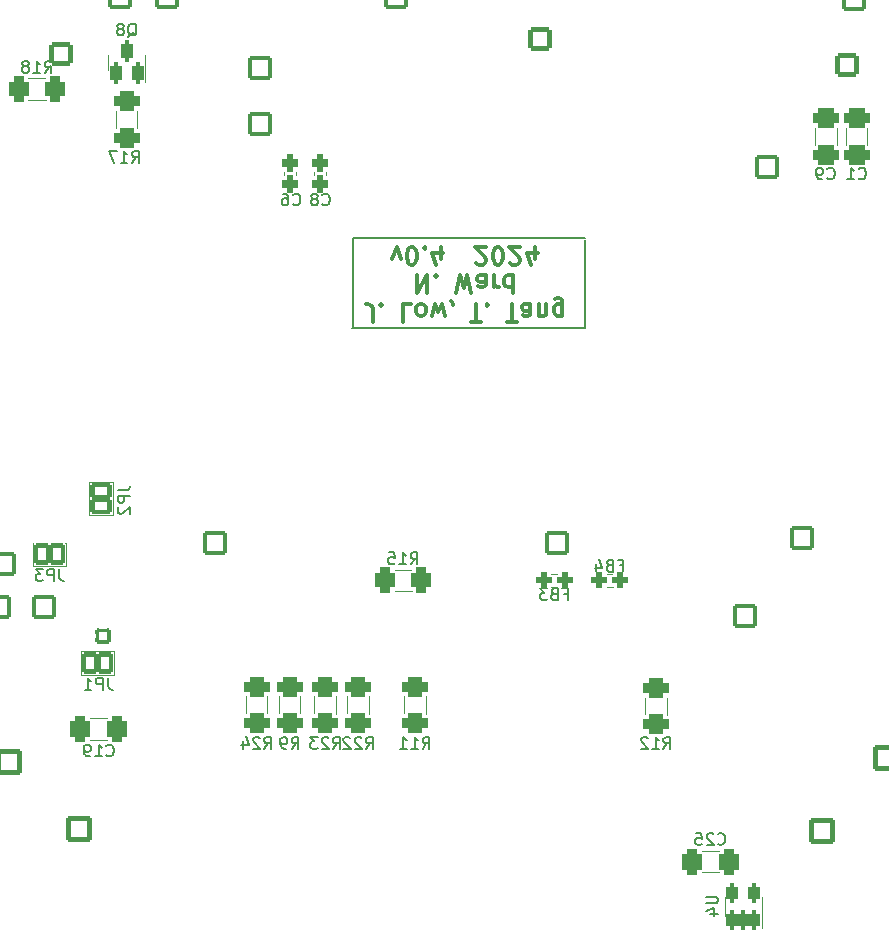
<source format=gbo>
G04 #@! TF.GenerationSoftware,KiCad,Pcbnew,7.0.8*
G04 #@! TF.CreationDate,2024-08-07T19:44:42-07:00*
G04 #@! TF.ProjectId,bloo,626c6f6f-2e6b-4696-9361-645f70636258,rev?*
G04 #@! TF.SameCoordinates,Original*
G04 #@! TF.FileFunction,Legend,Bot*
G04 #@! TF.FilePolarity,Positive*
%FSLAX46Y46*%
G04 Gerber Fmt 4.6, Leading zero omitted, Abs format (unit mm)*
G04 Created by KiCad (PCBNEW 7.0.8) date 2024-08-07 19:44:42*
%MOMM*%
%LPD*%
G01*
G04 APERTURE LIST*
G04 Aperture macros list*
%AMRoundRect*
0 Rectangle with rounded corners*
0 $1 Rounding radius*
0 $2 $3 $4 $5 $6 $7 $8 $9 X,Y pos of 4 corners*
0 Add a 4 corners polygon primitive as box body*
4,1,4,$2,$3,$4,$5,$6,$7,$8,$9,$2,$3,0*
0 Add four circle primitives for the rounded corners*
1,1,$1+$1,$2,$3*
1,1,$1+$1,$4,$5*
1,1,$1+$1,$6,$7*
1,1,$1+$1,$8,$9*
0 Add four rect primitives between the rounded corners*
20,1,$1+$1,$2,$3,$4,$5,0*
20,1,$1+$1,$4,$5,$6,$7,0*
20,1,$1+$1,$6,$7,$8,$9,0*
20,1,$1+$1,$8,$9,$2,$3,0*%
G04 Aperture macros list end*
%ADD10C,0.200000*%
%ADD11C,0.300000*%
%ADD12C,0.150000*%
%ADD13C,0.120000*%
%ADD14RoundRect,0.200000X0.800000X0.800000X-0.800000X0.800000X-0.800000X-0.800000X0.800000X-0.800000X0*%
%ADD15C,2.000000*%
%ADD16C,2.400000*%
%ADD17RoundRect,0.200000X0.403863X-1.207019X1.207019X0.403863X-0.403863X1.207019X-1.207019X-0.403863X0*%
%ADD18C,2.200000*%
%ADD19RoundRect,0.200000X-1.207019X0.403863X-0.403863X-1.207019X1.207019X-0.403863X0.403863X1.207019X0*%
%ADD20RoundRect,0.200000X-0.850000X-0.850000X0.850000X-0.850000X0.850000X0.850000X-0.850000X0.850000X0*%
%ADD21RoundRect,0.200000X-0.850000X0.850000X-0.850000X-0.850000X0.850000X-0.850000X0.850000X0.850000X0*%
%ADD22O,2.100000X2.100000*%
%ADD23RoundRect,0.200000X0.850000X-0.850000X0.850000X0.850000X-0.850000X0.850000X-0.850000X-0.850000X0*%
%ADD24C,2.100000*%
%ADD25C,2.600000*%
%ADD26C,2.584400*%
%ADD27RoundRect,0.200000X-0.900000X-0.900000X0.900000X-0.900000X0.900000X0.900000X-0.900000X0.900000X0*%
%ADD28C,1.924000*%
%ADD29RoundRect,0.200000X0.500000X0.500000X-0.500000X0.500000X-0.500000X-0.500000X0.500000X-0.500000X0*%
%ADD30O,1.400000X1.400000*%
%ADD31C,3.400000*%
%ADD32RoundRect,0.200000X0.800000X-0.800000X0.800000X0.800000X-0.800000X0.800000X-0.800000X-0.800000X0*%
%ADD33RoundRect,0.450000X-0.625000X0.400000X-0.625000X-0.400000X0.625000X-0.400000X0.625000X0.400000X0*%
%ADD34RoundRect,0.450000X0.625000X-0.400000X0.625000X0.400000X-0.625000X0.400000X-0.625000X-0.400000X0*%
%ADD35RoundRect,0.437500X0.250000X0.237500X-0.250000X0.237500X-0.250000X-0.237500X0.250000X-0.237500X0*%
%ADD36RoundRect,0.450000X0.650000X-0.412500X0.650000X0.412500X-0.650000X0.412500X-0.650000X-0.412500X0*%
%ADD37RoundRect,0.450000X-0.412500X-0.650000X0.412500X-0.650000X0.412500X0.650000X-0.412500X0.650000X0*%
%ADD38RoundRect,0.450000X0.412500X0.650000X-0.412500X0.650000X-0.412500X-0.650000X0.412500X-0.650000X0*%
%ADD39RoundRect,0.200000X-0.750000X0.500000X-0.750000X-0.500000X0.750000X-0.500000X0.750000X0.500000X0*%
%ADD40RoundRect,0.200000X-0.500000X-0.750000X0.500000X-0.750000X0.500000X0.750000X-0.500000X0.750000X0*%
%ADD41RoundRect,0.350000X0.150000X-0.587500X0.150000X0.587500X-0.150000X0.587500X-0.150000X-0.587500X0*%
%ADD42RoundRect,0.437500X-0.237500X0.300000X-0.237500X-0.300000X0.237500X-0.300000X0.237500X0.300000X0*%
%ADD43RoundRect,0.450000X0.400000X0.625000X-0.400000X0.625000X-0.400000X-0.625000X0.400000X-0.625000X0*%
%ADD44RoundRect,0.350000X0.150000X-0.512500X0.150000X0.512500X-0.150000X0.512500X-0.150000X-0.512500X0*%
%ADD45RoundRect,0.450000X-0.650000X0.412500X-0.650000X-0.412500X0.650000X-0.412500X0.650000X0.412500X0*%
G04 APERTURE END LIST*
D10*
X217200000Y-128065060D02*
X197499760Y-128065060D01*
X197515000Y-120445060D02*
X217235560Y-120432360D01*
X217200000Y-120600000D02*
X217200000Y-128065060D01*
X197515000Y-128065060D02*
X197515000Y-120445060D01*
D11*
X199218571Y-127491731D02*
X199218571Y-126420302D01*
X199218571Y-126420302D02*
X199147142Y-126206017D01*
X199147142Y-126206017D02*
X199004285Y-126063160D01*
X199004285Y-126063160D02*
X198789999Y-125991731D01*
X198789999Y-125991731D02*
X198647142Y-125991731D01*
X199932856Y-126134588D02*
X200004285Y-126063160D01*
X200004285Y-126063160D02*
X199932856Y-125991731D01*
X199932856Y-125991731D02*
X199861428Y-126063160D01*
X199861428Y-126063160D02*
X199932856Y-126134588D01*
X199932856Y-126134588D02*
X199932856Y-125991731D01*
X202504285Y-125991731D02*
X201789999Y-125991731D01*
X201789999Y-125991731D02*
X201789999Y-127491731D01*
X203218571Y-125991731D02*
X203075714Y-126063160D01*
X203075714Y-126063160D02*
X203004285Y-126134588D01*
X203004285Y-126134588D02*
X202932857Y-126277445D01*
X202932857Y-126277445D02*
X202932857Y-126706017D01*
X202932857Y-126706017D02*
X203004285Y-126848874D01*
X203004285Y-126848874D02*
X203075714Y-126920302D01*
X203075714Y-126920302D02*
X203218571Y-126991731D01*
X203218571Y-126991731D02*
X203432857Y-126991731D01*
X203432857Y-126991731D02*
X203575714Y-126920302D01*
X203575714Y-126920302D02*
X203647143Y-126848874D01*
X203647143Y-126848874D02*
X203718571Y-126706017D01*
X203718571Y-126706017D02*
X203718571Y-126277445D01*
X203718571Y-126277445D02*
X203647143Y-126134588D01*
X203647143Y-126134588D02*
X203575714Y-126063160D01*
X203575714Y-126063160D02*
X203432857Y-125991731D01*
X203432857Y-125991731D02*
X203218571Y-125991731D01*
X204218571Y-126991731D02*
X204504286Y-125991731D01*
X204504286Y-125991731D02*
X204790000Y-126706017D01*
X204790000Y-126706017D02*
X205075714Y-125991731D01*
X205075714Y-125991731D02*
X205361428Y-126991731D01*
X206004286Y-126063160D02*
X206004286Y-125991731D01*
X206004286Y-125991731D02*
X205932857Y-125848874D01*
X205932857Y-125848874D02*
X205861429Y-125777445D01*
X207575715Y-127491731D02*
X208432858Y-127491731D01*
X208004286Y-125991731D02*
X208004286Y-127491731D01*
X208932857Y-126134588D02*
X209004286Y-126063160D01*
X209004286Y-126063160D02*
X208932857Y-125991731D01*
X208932857Y-125991731D02*
X208861429Y-126063160D01*
X208861429Y-126063160D02*
X208932857Y-126134588D01*
X208932857Y-126134588D02*
X208932857Y-125991731D01*
X210575715Y-127491731D02*
X211432858Y-127491731D01*
X211004286Y-125991731D02*
X211004286Y-127491731D01*
X212575715Y-125991731D02*
X212575715Y-126777445D01*
X212575715Y-126777445D02*
X212504286Y-126920302D01*
X212504286Y-126920302D02*
X212361429Y-126991731D01*
X212361429Y-126991731D02*
X212075715Y-126991731D01*
X212075715Y-126991731D02*
X211932857Y-126920302D01*
X212575715Y-126063160D02*
X212432857Y-125991731D01*
X212432857Y-125991731D02*
X212075715Y-125991731D01*
X212075715Y-125991731D02*
X211932857Y-126063160D01*
X211932857Y-126063160D02*
X211861429Y-126206017D01*
X211861429Y-126206017D02*
X211861429Y-126348874D01*
X211861429Y-126348874D02*
X211932857Y-126491731D01*
X211932857Y-126491731D02*
X212075715Y-126563160D01*
X212075715Y-126563160D02*
X212432857Y-126563160D01*
X212432857Y-126563160D02*
X212575715Y-126634588D01*
X213290000Y-126991731D02*
X213290000Y-125991731D01*
X213290000Y-126848874D02*
X213361429Y-126920302D01*
X213361429Y-126920302D02*
X213504286Y-126991731D01*
X213504286Y-126991731D02*
X213718572Y-126991731D01*
X213718572Y-126991731D02*
X213861429Y-126920302D01*
X213861429Y-126920302D02*
X213932858Y-126777445D01*
X213932858Y-126777445D02*
X213932858Y-125991731D01*
X215290001Y-126991731D02*
X215290001Y-125777445D01*
X215290001Y-125777445D02*
X215218572Y-125634588D01*
X215218572Y-125634588D02*
X215147143Y-125563160D01*
X215147143Y-125563160D02*
X215004286Y-125491731D01*
X215004286Y-125491731D02*
X214790001Y-125491731D01*
X214790001Y-125491731D02*
X214647143Y-125563160D01*
X215290001Y-126063160D02*
X215147143Y-125991731D01*
X215147143Y-125991731D02*
X214861429Y-125991731D01*
X214861429Y-125991731D02*
X214718572Y-126063160D01*
X214718572Y-126063160D02*
X214647143Y-126134588D01*
X214647143Y-126134588D02*
X214575715Y-126277445D01*
X214575715Y-126277445D02*
X214575715Y-126706017D01*
X214575715Y-126706017D02*
X214647143Y-126848874D01*
X214647143Y-126848874D02*
X214718572Y-126920302D01*
X214718572Y-126920302D02*
X214861429Y-126991731D01*
X214861429Y-126991731D02*
X215147143Y-126991731D01*
X215147143Y-126991731D02*
X215290001Y-126920302D01*
X203004285Y-123576731D02*
X203004285Y-125076731D01*
X203004285Y-125076731D02*
X203861428Y-123576731D01*
X203861428Y-123576731D02*
X203861428Y-125076731D01*
X204575714Y-123719588D02*
X204647143Y-123648160D01*
X204647143Y-123648160D02*
X204575714Y-123576731D01*
X204575714Y-123576731D02*
X204504286Y-123648160D01*
X204504286Y-123648160D02*
X204575714Y-123719588D01*
X204575714Y-123719588D02*
X204575714Y-123576731D01*
X206290000Y-125076731D02*
X206647143Y-123576731D01*
X206647143Y-123576731D02*
X206932857Y-124648160D01*
X206932857Y-124648160D02*
X207218572Y-123576731D01*
X207218572Y-123576731D02*
X207575715Y-125076731D01*
X208790001Y-123576731D02*
X208790001Y-124362445D01*
X208790001Y-124362445D02*
X208718572Y-124505302D01*
X208718572Y-124505302D02*
X208575715Y-124576731D01*
X208575715Y-124576731D02*
X208290001Y-124576731D01*
X208290001Y-124576731D02*
X208147143Y-124505302D01*
X208790001Y-123648160D02*
X208647143Y-123576731D01*
X208647143Y-123576731D02*
X208290001Y-123576731D01*
X208290001Y-123576731D02*
X208147143Y-123648160D01*
X208147143Y-123648160D02*
X208075715Y-123791017D01*
X208075715Y-123791017D02*
X208075715Y-123933874D01*
X208075715Y-123933874D02*
X208147143Y-124076731D01*
X208147143Y-124076731D02*
X208290001Y-124148160D01*
X208290001Y-124148160D02*
X208647143Y-124148160D01*
X208647143Y-124148160D02*
X208790001Y-124219588D01*
X209504286Y-123576731D02*
X209504286Y-124576731D01*
X209504286Y-124291017D02*
X209575715Y-124433874D01*
X209575715Y-124433874D02*
X209647144Y-124505302D01*
X209647144Y-124505302D02*
X209790001Y-124576731D01*
X209790001Y-124576731D02*
X209932858Y-124576731D01*
X211075715Y-123576731D02*
X211075715Y-125076731D01*
X211075715Y-123648160D02*
X210932857Y-123576731D01*
X210932857Y-123576731D02*
X210647143Y-123576731D01*
X210647143Y-123576731D02*
X210504286Y-123648160D01*
X210504286Y-123648160D02*
X210432857Y-123719588D01*
X210432857Y-123719588D02*
X210361429Y-123862445D01*
X210361429Y-123862445D02*
X210361429Y-124291017D01*
X210361429Y-124291017D02*
X210432857Y-124433874D01*
X210432857Y-124433874D02*
X210504286Y-124505302D01*
X210504286Y-124505302D02*
X210647143Y-124576731D01*
X210647143Y-124576731D02*
X210932857Y-124576731D01*
X210932857Y-124576731D02*
X211075715Y-124505302D01*
X200897144Y-122161731D02*
X201254287Y-121161731D01*
X201254287Y-121161731D02*
X201611430Y-122161731D01*
X202468573Y-122661731D02*
X202611430Y-122661731D01*
X202611430Y-122661731D02*
X202754287Y-122590302D01*
X202754287Y-122590302D02*
X202825716Y-122518874D01*
X202825716Y-122518874D02*
X202897144Y-122376017D01*
X202897144Y-122376017D02*
X202968573Y-122090302D01*
X202968573Y-122090302D02*
X202968573Y-121733160D01*
X202968573Y-121733160D02*
X202897144Y-121447445D01*
X202897144Y-121447445D02*
X202825716Y-121304588D01*
X202825716Y-121304588D02*
X202754287Y-121233160D01*
X202754287Y-121233160D02*
X202611430Y-121161731D01*
X202611430Y-121161731D02*
X202468573Y-121161731D01*
X202468573Y-121161731D02*
X202325716Y-121233160D01*
X202325716Y-121233160D02*
X202254287Y-121304588D01*
X202254287Y-121304588D02*
X202182858Y-121447445D01*
X202182858Y-121447445D02*
X202111430Y-121733160D01*
X202111430Y-121733160D02*
X202111430Y-122090302D01*
X202111430Y-122090302D02*
X202182858Y-122376017D01*
X202182858Y-122376017D02*
X202254287Y-122518874D01*
X202254287Y-122518874D02*
X202325716Y-122590302D01*
X202325716Y-122590302D02*
X202468573Y-122661731D01*
X203611429Y-121304588D02*
X203682858Y-121233160D01*
X203682858Y-121233160D02*
X203611429Y-121161731D01*
X203611429Y-121161731D02*
X203540001Y-121233160D01*
X203540001Y-121233160D02*
X203611429Y-121304588D01*
X203611429Y-121304588D02*
X203611429Y-121161731D01*
X204968573Y-122161731D02*
X204968573Y-121161731D01*
X204611430Y-122733160D02*
X204254287Y-121661731D01*
X204254287Y-121661731D02*
X205182858Y-121661731D01*
X207968572Y-122518874D02*
X208040000Y-122590302D01*
X208040000Y-122590302D02*
X208182858Y-122661731D01*
X208182858Y-122661731D02*
X208540000Y-122661731D01*
X208540000Y-122661731D02*
X208682858Y-122590302D01*
X208682858Y-122590302D02*
X208754286Y-122518874D01*
X208754286Y-122518874D02*
X208825715Y-122376017D01*
X208825715Y-122376017D02*
X208825715Y-122233160D01*
X208825715Y-122233160D02*
X208754286Y-122018874D01*
X208754286Y-122018874D02*
X207897143Y-121161731D01*
X207897143Y-121161731D02*
X208825715Y-121161731D01*
X209754286Y-122661731D02*
X209897143Y-122661731D01*
X209897143Y-122661731D02*
X210040000Y-122590302D01*
X210040000Y-122590302D02*
X210111429Y-122518874D01*
X210111429Y-122518874D02*
X210182857Y-122376017D01*
X210182857Y-122376017D02*
X210254286Y-122090302D01*
X210254286Y-122090302D02*
X210254286Y-121733160D01*
X210254286Y-121733160D02*
X210182857Y-121447445D01*
X210182857Y-121447445D02*
X210111429Y-121304588D01*
X210111429Y-121304588D02*
X210040000Y-121233160D01*
X210040000Y-121233160D02*
X209897143Y-121161731D01*
X209897143Y-121161731D02*
X209754286Y-121161731D01*
X209754286Y-121161731D02*
X209611429Y-121233160D01*
X209611429Y-121233160D02*
X209540000Y-121304588D01*
X209540000Y-121304588D02*
X209468571Y-121447445D01*
X209468571Y-121447445D02*
X209397143Y-121733160D01*
X209397143Y-121733160D02*
X209397143Y-122090302D01*
X209397143Y-122090302D02*
X209468571Y-122376017D01*
X209468571Y-122376017D02*
X209540000Y-122518874D01*
X209540000Y-122518874D02*
X209611429Y-122590302D01*
X209611429Y-122590302D02*
X209754286Y-122661731D01*
X210825714Y-122518874D02*
X210897142Y-122590302D01*
X210897142Y-122590302D02*
X211040000Y-122661731D01*
X211040000Y-122661731D02*
X211397142Y-122661731D01*
X211397142Y-122661731D02*
X211540000Y-122590302D01*
X211540000Y-122590302D02*
X211611428Y-122518874D01*
X211611428Y-122518874D02*
X211682857Y-122376017D01*
X211682857Y-122376017D02*
X211682857Y-122233160D01*
X211682857Y-122233160D02*
X211611428Y-122018874D01*
X211611428Y-122018874D02*
X210754285Y-121161731D01*
X210754285Y-121161731D02*
X211682857Y-121161731D01*
X212968571Y-122161731D02*
X212968571Y-121161731D01*
X212611428Y-122733160D02*
X212254285Y-121661731D01*
X212254285Y-121661731D02*
X213182856Y-121661731D01*
D12*
X198642857Y-163654819D02*
X198976190Y-163178628D01*
X199214285Y-163654819D02*
X199214285Y-162654819D01*
X199214285Y-162654819D02*
X198833333Y-162654819D01*
X198833333Y-162654819D02*
X198738095Y-162702438D01*
X198738095Y-162702438D02*
X198690476Y-162750057D01*
X198690476Y-162750057D02*
X198642857Y-162845295D01*
X198642857Y-162845295D02*
X198642857Y-162988152D01*
X198642857Y-162988152D02*
X198690476Y-163083390D01*
X198690476Y-163083390D02*
X198738095Y-163131009D01*
X198738095Y-163131009D02*
X198833333Y-163178628D01*
X198833333Y-163178628D02*
X199214285Y-163178628D01*
X198261904Y-162750057D02*
X198214285Y-162702438D01*
X198214285Y-162702438D02*
X198119047Y-162654819D01*
X198119047Y-162654819D02*
X197880952Y-162654819D01*
X197880952Y-162654819D02*
X197785714Y-162702438D01*
X197785714Y-162702438D02*
X197738095Y-162750057D01*
X197738095Y-162750057D02*
X197690476Y-162845295D01*
X197690476Y-162845295D02*
X197690476Y-162940533D01*
X197690476Y-162940533D02*
X197738095Y-163083390D01*
X197738095Y-163083390D02*
X198309523Y-163654819D01*
X198309523Y-163654819D02*
X197690476Y-163654819D01*
X197309523Y-162750057D02*
X197261904Y-162702438D01*
X197261904Y-162702438D02*
X197166666Y-162654819D01*
X197166666Y-162654819D02*
X196928571Y-162654819D01*
X196928571Y-162654819D02*
X196833333Y-162702438D01*
X196833333Y-162702438D02*
X196785714Y-162750057D01*
X196785714Y-162750057D02*
X196738095Y-162845295D01*
X196738095Y-162845295D02*
X196738095Y-162940533D01*
X196738095Y-162940533D02*
X196785714Y-163083390D01*
X196785714Y-163083390D02*
X197357142Y-163654819D01*
X197357142Y-163654819D02*
X196738095Y-163654819D01*
X178842857Y-114054819D02*
X179176190Y-113578628D01*
X179414285Y-114054819D02*
X179414285Y-113054819D01*
X179414285Y-113054819D02*
X179033333Y-113054819D01*
X179033333Y-113054819D02*
X178938095Y-113102438D01*
X178938095Y-113102438D02*
X178890476Y-113150057D01*
X178890476Y-113150057D02*
X178842857Y-113245295D01*
X178842857Y-113245295D02*
X178842857Y-113388152D01*
X178842857Y-113388152D02*
X178890476Y-113483390D01*
X178890476Y-113483390D02*
X178938095Y-113531009D01*
X178938095Y-113531009D02*
X179033333Y-113578628D01*
X179033333Y-113578628D02*
X179414285Y-113578628D01*
X177890476Y-114054819D02*
X178461904Y-114054819D01*
X178176190Y-114054819D02*
X178176190Y-113054819D01*
X178176190Y-113054819D02*
X178271428Y-113197676D01*
X178271428Y-113197676D02*
X178366666Y-113292914D01*
X178366666Y-113292914D02*
X178461904Y-113340533D01*
X177557142Y-113054819D02*
X176890476Y-113054819D01*
X176890476Y-113054819D02*
X177319047Y-114054819D01*
X220120833Y-148131009D02*
X220454166Y-148131009D01*
X220454166Y-148654819D02*
X220454166Y-147654819D01*
X220454166Y-147654819D02*
X219977976Y-147654819D01*
X219263690Y-148131009D02*
X219120833Y-148178628D01*
X219120833Y-148178628D02*
X219073214Y-148226247D01*
X219073214Y-148226247D02*
X219025595Y-148321485D01*
X219025595Y-148321485D02*
X219025595Y-148464342D01*
X219025595Y-148464342D02*
X219073214Y-148559580D01*
X219073214Y-148559580D02*
X219120833Y-148607200D01*
X219120833Y-148607200D02*
X219216071Y-148654819D01*
X219216071Y-148654819D02*
X219597023Y-148654819D01*
X219597023Y-148654819D02*
X219597023Y-147654819D01*
X219597023Y-147654819D02*
X219263690Y-147654819D01*
X219263690Y-147654819D02*
X219168452Y-147702438D01*
X219168452Y-147702438D02*
X219120833Y-147750057D01*
X219120833Y-147750057D02*
X219073214Y-147845295D01*
X219073214Y-147845295D02*
X219073214Y-147940533D01*
X219073214Y-147940533D02*
X219120833Y-148035771D01*
X219120833Y-148035771D02*
X219168452Y-148083390D01*
X219168452Y-148083390D02*
X219263690Y-148131009D01*
X219263690Y-148131009D02*
X219597023Y-148131009D01*
X218168452Y-147988152D02*
X218168452Y-148654819D01*
X218406547Y-147607200D02*
X218644642Y-148321485D01*
X218644642Y-148321485D02*
X218025595Y-148321485D01*
X240366666Y-115359580D02*
X240414285Y-115407200D01*
X240414285Y-115407200D02*
X240557142Y-115454819D01*
X240557142Y-115454819D02*
X240652380Y-115454819D01*
X240652380Y-115454819D02*
X240795237Y-115407200D01*
X240795237Y-115407200D02*
X240890475Y-115311961D01*
X240890475Y-115311961D02*
X240938094Y-115216723D01*
X240938094Y-115216723D02*
X240985713Y-115026247D01*
X240985713Y-115026247D02*
X240985713Y-114883390D01*
X240985713Y-114883390D02*
X240938094Y-114692914D01*
X240938094Y-114692914D02*
X240890475Y-114597676D01*
X240890475Y-114597676D02*
X240795237Y-114502438D01*
X240795237Y-114502438D02*
X240652380Y-114454819D01*
X240652380Y-114454819D02*
X240557142Y-114454819D01*
X240557142Y-114454819D02*
X240414285Y-114502438D01*
X240414285Y-114502438D02*
X240366666Y-114550057D01*
X239414285Y-115454819D02*
X239985713Y-115454819D01*
X239699999Y-115454819D02*
X239699999Y-114454819D01*
X239699999Y-114454819D02*
X239795237Y-114597676D01*
X239795237Y-114597676D02*
X239890475Y-114692914D01*
X239890475Y-114692914D02*
X239985713Y-114740533D01*
X176680357Y-164209580D02*
X176727976Y-164257200D01*
X176727976Y-164257200D02*
X176870833Y-164304819D01*
X176870833Y-164304819D02*
X176966071Y-164304819D01*
X176966071Y-164304819D02*
X177108928Y-164257200D01*
X177108928Y-164257200D02*
X177204166Y-164161961D01*
X177204166Y-164161961D02*
X177251785Y-164066723D01*
X177251785Y-164066723D02*
X177299404Y-163876247D01*
X177299404Y-163876247D02*
X177299404Y-163733390D01*
X177299404Y-163733390D02*
X177251785Y-163542914D01*
X177251785Y-163542914D02*
X177204166Y-163447676D01*
X177204166Y-163447676D02*
X177108928Y-163352438D01*
X177108928Y-163352438D02*
X176966071Y-163304819D01*
X176966071Y-163304819D02*
X176870833Y-163304819D01*
X176870833Y-163304819D02*
X176727976Y-163352438D01*
X176727976Y-163352438D02*
X176680357Y-163400057D01*
X175727976Y-164304819D02*
X176299404Y-164304819D01*
X176013690Y-164304819D02*
X176013690Y-163304819D01*
X176013690Y-163304819D02*
X176108928Y-163447676D01*
X176108928Y-163447676D02*
X176204166Y-163542914D01*
X176204166Y-163542914D02*
X176299404Y-163590533D01*
X175251785Y-164304819D02*
X175061309Y-164304819D01*
X175061309Y-164304819D02*
X174966071Y-164257200D01*
X174966071Y-164257200D02*
X174918452Y-164209580D01*
X174918452Y-164209580D02*
X174823214Y-164066723D01*
X174823214Y-164066723D02*
X174775595Y-163876247D01*
X174775595Y-163876247D02*
X174775595Y-163495295D01*
X174775595Y-163495295D02*
X174823214Y-163400057D01*
X174823214Y-163400057D02*
X174870833Y-163352438D01*
X174870833Y-163352438D02*
X174966071Y-163304819D01*
X174966071Y-163304819D02*
X175156547Y-163304819D01*
X175156547Y-163304819D02*
X175251785Y-163352438D01*
X175251785Y-163352438D02*
X175299404Y-163400057D01*
X175299404Y-163400057D02*
X175347023Y-163495295D01*
X175347023Y-163495295D02*
X175347023Y-163733390D01*
X175347023Y-163733390D02*
X175299404Y-163828628D01*
X175299404Y-163828628D02*
X175251785Y-163876247D01*
X175251785Y-163876247D02*
X175156547Y-163923866D01*
X175156547Y-163923866D02*
X174966071Y-163923866D01*
X174966071Y-163923866D02*
X174870833Y-163876247D01*
X174870833Y-163876247D02*
X174823214Y-163828628D01*
X174823214Y-163828628D02*
X174775595Y-163733390D01*
X228442857Y-171709580D02*
X228490476Y-171757200D01*
X228490476Y-171757200D02*
X228633333Y-171804819D01*
X228633333Y-171804819D02*
X228728571Y-171804819D01*
X228728571Y-171804819D02*
X228871428Y-171757200D01*
X228871428Y-171757200D02*
X228966666Y-171661961D01*
X228966666Y-171661961D02*
X229014285Y-171566723D01*
X229014285Y-171566723D02*
X229061904Y-171376247D01*
X229061904Y-171376247D02*
X229061904Y-171233390D01*
X229061904Y-171233390D02*
X229014285Y-171042914D01*
X229014285Y-171042914D02*
X228966666Y-170947676D01*
X228966666Y-170947676D02*
X228871428Y-170852438D01*
X228871428Y-170852438D02*
X228728571Y-170804819D01*
X228728571Y-170804819D02*
X228633333Y-170804819D01*
X228633333Y-170804819D02*
X228490476Y-170852438D01*
X228490476Y-170852438D02*
X228442857Y-170900057D01*
X228061904Y-170900057D02*
X228014285Y-170852438D01*
X228014285Y-170852438D02*
X227919047Y-170804819D01*
X227919047Y-170804819D02*
X227680952Y-170804819D01*
X227680952Y-170804819D02*
X227585714Y-170852438D01*
X227585714Y-170852438D02*
X227538095Y-170900057D01*
X227538095Y-170900057D02*
X227490476Y-170995295D01*
X227490476Y-170995295D02*
X227490476Y-171090533D01*
X227490476Y-171090533D02*
X227538095Y-171233390D01*
X227538095Y-171233390D02*
X228109523Y-171804819D01*
X228109523Y-171804819D02*
X227490476Y-171804819D01*
X226585714Y-170804819D02*
X227061904Y-170804819D01*
X227061904Y-170804819D02*
X227109523Y-171281009D01*
X227109523Y-171281009D02*
X227061904Y-171233390D01*
X227061904Y-171233390D02*
X226966666Y-171185771D01*
X226966666Y-171185771D02*
X226728571Y-171185771D01*
X226728571Y-171185771D02*
X226633333Y-171233390D01*
X226633333Y-171233390D02*
X226585714Y-171281009D01*
X226585714Y-171281009D02*
X226538095Y-171376247D01*
X226538095Y-171376247D02*
X226538095Y-171614342D01*
X226538095Y-171614342D02*
X226585714Y-171709580D01*
X226585714Y-171709580D02*
X226633333Y-171757200D01*
X226633333Y-171757200D02*
X226728571Y-171804819D01*
X226728571Y-171804819D02*
X226966666Y-171804819D01*
X226966666Y-171804819D02*
X227061904Y-171757200D01*
X227061904Y-171757200D02*
X227109523Y-171709580D01*
X195842857Y-163654819D02*
X196176190Y-163178628D01*
X196414285Y-163654819D02*
X196414285Y-162654819D01*
X196414285Y-162654819D02*
X196033333Y-162654819D01*
X196033333Y-162654819D02*
X195938095Y-162702438D01*
X195938095Y-162702438D02*
X195890476Y-162750057D01*
X195890476Y-162750057D02*
X195842857Y-162845295D01*
X195842857Y-162845295D02*
X195842857Y-162988152D01*
X195842857Y-162988152D02*
X195890476Y-163083390D01*
X195890476Y-163083390D02*
X195938095Y-163131009D01*
X195938095Y-163131009D02*
X196033333Y-163178628D01*
X196033333Y-163178628D02*
X196414285Y-163178628D01*
X195461904Y-162750057D02*
X195414285Y-162702438D01*
X195414285Y-162702438D02*
X195319047Y-162654819D01*
X195319047Y-162654819D02*
X195080952Y-162654819D01*
X195080952Y-162654819D02*
X194985714Y-162702438D01*
X194985714Y-162702438D02*
X194938095Y-162750057D01*
X194938095Y-162750057D02*
X194890476Y-162845295D01*
X194890476Y-162845295D02*
X194890476Y-162940533D01*
X194890476Y-162940533D02*
X194938095Y-163083390D01*
X194938095Y-163083390D02*
X195509523Y-163654819D01*
X195509523Y-163654819D02*
X194890476Y-163654819D01*
X194557142Y-162654819D02*
X193938095Y-162654819D01*
X193938095Y-162654819D02*
X194271428Y-163035771D01*
X194271428Y-163035771D02*
X194128571Y-163035771D01*
X194128571Y-163035771D02*
X194033333Y-163083390D01*
X194033333Y-163083390D02*
X193985714Y-163131009D01*
X193985714Y-163131009D02*
X193938095Y-163226247D01*
X193938095Y-163226247D02*
X193938095Y-163464342D01*
X193938095Y-163464342D02*
X193985714Y-163559580D01*
X193985714Y-163559580D02*
X194033333Y-163607200D01*
X194033333Y-163607200D02*
X194128571Y-163654819D01*
X194128571Y-163654819D02*
X194414285Y-163654819D01*
X194414285Y-163654819D02*
X194509523Y-163607200D01*
X194509523Y-163607200D02*
X194557142Y-163559580D01*
X177654819Y-141766666D02*
X178369104Y-141766666D01*
X178369104Y-141766666D02*
X178511961Y-141719047D01*
X178511961Y-141719047D02*
X178607200Y-141623809D01*
X178607200Y-141623809D02*
X178654819Y-141480952D01*
X178654819Y-141480952D02*
X178654819Y-141385714D01*
X178654819Y-142242857D02*
X177654819Y-142242857D01*
X177654819Y-142242857D02*
X177654819Y-142623809D01*
X177654819Y-142623809D02*
X177702438Y-142719047D01*
X177702438Y-142719047D02*
X177750057Y-142766666D01*
X177750057Y-142766666D02*
X177845295Y-142814285D01*
X177845295Y-142814285D02*
X177988152Y-142814285D01*
X177988152Y-142814285D02*
X178083390Y-142766666D01*
X178083390Y-142766666D02*
X178131009Y-142719047D01*
X178131009Y-142719047D02*
X178178628Y-142623809D01*
X178178628Y-142623809D02*
X178178628Y-142242857D01*
X177750057Y-143195238D02*
X177702438Y-143242857D01*
X177702438Y-143242857D02*
X177654819Y-143338095D01*
X177654819Y-143338095D02*
X177654819Y-143576190D01*
X177654819Y-143576190D02*
X177702438Y-143671428D01*
X177702438Y-143671428D02*
X177750057Y-143719047D01*
X177750057Y-143719047D02*
X177845295Y-143766666D01*
X177845295Y-143766666D02*
X177940533Y-143766666D01*
X177940533Y-143766666D02*
X178083390Y-143719047D01*
X178083390Y-143719047D02*
X178654819Y-143147619D01*
X178654819Y-143147619D02*
X178654819Y-143766666D01*
X176833333Y-157654819D02*
X176833333Y-158369104D01*
X176833333Y-158369104D02*
X176880952Y-158511961D01*
X176880952Y-158511961D02*
X176976190Y-158607200D01*
X176976190Y-158607200D02*
X177119047Y-158654819D01*
X177119047Y-158654819D02*
X177214285Y-158654819D01*
X176357142Y-158654819D02*
X176357142Y-157654819D01*
X176357142Y-157654819D02*
X175976190Y-157654819D01*
X175976190Y-157654819D02*
X175880952Y-157702438D01*
X175880952Y-157702438D02*
X175833333Y-157750057D01*
X175833333Y-157750057D02*
X175785714Y-157845295D01*
X175785714Y-157845295D02*
X175785714Y-157988152D01*
X175785714Y-157988152D02*
X175833333Y-158083390D01*
X175833333Y-158083390D02*
X175880952Y-158131009D01*
X175880952Y-158131009D02*
X175976190Y-158178628D01*
X175976190Y-158178628D02*
X176357142Y-158178628D01*
X174833333Y-158654819D02*
X175404761Y-158654819D01*
X175119047Y-158654819D02*
X175119047Y-157654819D01*
X175119047Y-157654819D02*
X175214285Y-157797676D01*
X175214285Y-157797676D02*
X175309523Y-157892914D01*
X175309523Y-157892914D02*
X175404761Y-157940533D01*
X178495238Y-103350057D02*
X178590476Y-103302438D01*
X178590476Y-103302438D02*
X178685714Y-103207200D01*
X178685714Y-103207200D02*
X178828571Y-103064342D01*
X178828571Y-103064342D02*
X178923809Y-103016723D01*
X178923809Y-103016723D02*
X179019047Y-103016723D01*
X178971428Y-103254819D02*
X179066666Y-103207200D01*
X179066666Y-103207200D02*
X179161904Y-103111961D01*
X179161904Y-103111961D02*
X179209523Y-102921485D01*
X179209523Y-102921485D02*
X179209523Y-102588152D01*
X179209523Y-102588152D02*
X179161904Y-102397676D01*
X179161904Y-102397676D02*
X179066666Y-102302438D01*
X179066666Y-102302438D02*
X178971428Y-102254819D01*
X178971428Y-102254819D02*
X178780952Y-102254819D01*
X178780952Y-102254819D02*
X178685714Y-102302438D01*
X178685714Y-102302438D02*
X178590476Y-102397676D01*
X178590476Y-102397676D02*
X178542857Y-102588152D01*
X178542857Y-102588152D02*
X178542857Y-102921485D01*
X178542857Y-102921485D02*
X178590476Y-103111961D01*
X178590476Y-103111961D02*
X178685714Y-103207200D01*
X178685714Y-103207200D02*
X178780952Y-103254819D01*
X178780952Y-103254819D02*
X178971428Y-103254819D01*
X177971428Y-102683390D02*
X178066666Y-102635771D01*
X178066666Y-102635771D02*
X178114285Y-102588152D01*
X178114285Y-102588152D02*
X178161904Y-102492914D01*
X178161904Y-102492914D02*
X178161904Y-102445295D01*
X178161904Y-102445295D02*
X178114285Y-102350057D01*
X178114285Y-102350057D02*
X178066666Y-102302438D01*
X178066666Y-102302438D02*
X177971428Y-102254819D01*
X177971428Y-102254819D02*
X177780952Y-102254819D01*
X177780952Y-102254819D02*
X177685714Y-102302438D01*
X177685714Y-102302438D02*
X177638095Y-102350057D01*
X177638095Y-102350057D02*
X177590476Y-102445295D01*
X177590476Y-102445295D02*
X177590476Y-102492914D01*
X177590476Y-102492914D02*
X177638095Y-102588152D01*
X177638095Y-102588152D02*
X177685714Y-102635771D01*
X177685714Y-102635771D02*
X177780952Y-102683390D01*
X177780952Y-102683390D02*
X177971428Y-102683390D01*
X177971428Y-102683390D02*
X178066666Y-102731009D01*
X178066666Y-102731009D02*
X178114285Y-102778628D01*
X178114285Y-102778628D02*
X178161904Y-102873866D01*
X178161904Y-102873866D02*
X178161904Y-103064342D01*
X178161904Y-103064342D02*
X178114285Y-103159580D01*
X178114285Y-103159580D02*
X178066666Y-103207200D01*
X178066666Y-103207200D02*
X177971428Y-103254819D01*
X177971428Y-103254819D02*
X177780952Y-103254819D01*
X177780952Y-103254819D02*
X177685714Y-103207200D01*
X177685714Y-103207200D02*
X177638095Y-103159580D01*
X177638095Y-103159580D02*
X177590476Y-103064342D01*
X177590476Y-103064342D02*
X177590476Y-102873866D01*
X177590476Y-102873866D02*
X177638095Y-102778628D01*
X177638095Y-102778628D02*
X177685714Y-102731009D01*
X177685714Y-102731009D02*
X177780952Y-102683390D01*
X192476666Y-117559580D02*
X192524285Y-117607200D01*
X192524285Y-117607200D02*
X192667142Y-117654819D01*
X192667142Y-117654819D02*
X192762380Y-117654819D01*
X192762380Y-117654819D02*
X192905237Y-117607200D01*
X192905237Y-117607200D02*
X193000475Y-117511961D01*
X193000475Y-117511961D02*
X193048094Y-117416723D01*
X193048094Y-117416723D02*
X193095713Y-117226247D01*
X193095713Y-117226247D02*
X193095713Y-117083390D01*
X193095713Y-117083390D02*
X193048094Y-116892914D01*
X193048094Y-116892914D02*
X193000475Y-116797676D01*
X193000475Y-116797676D02*
X192905237Y-116702438D01*
X192905237Y-116702438D02*
X192762380Y-116654819D01*
X192762380Y-116654819D02*
X192667142Y-116654819D01*
X192667142Y-116654819D02*
X192524285Y-116702438D01*
X192524285Y-116702438D02*
X192476666Y-116750057D01*
X191619523Y-116654819D02*
X191809999Y-116654819D01*
X191809999Y-116654819D02*
X191905237Y-116702438D01*
X191905237Y-116702438D02*
X191952856Y-116750057D01*
X191952856Y-116750057D02*
X192048094Y-116892914D01*
X192048094Y-116892914D02*
X192095713Y-117083390D01*
X192095713Y-117083390D02*
X192095713Y-117464342D01*
X192095713Y-117464342D02*
X192048094Y-117559580D01*
X192048094Y-117559580D02*
X192000475Y-117607200D01*
X192000475Y-117607200D02*
X191905237Y-117654819D01*
X191905237Y-117654819D02*
X191714761Y-117654819D01*
X191714761Y-117654819D02*
X191619523Y-117607200D01*
X191619523Y-117607200D02*
X191571904Y-117559580D01*
X191571904Y-117559580D02*
X191524285Y-117464342D01*
X191524285Y-117464342D02*
X191524285Y-117226247D01*
X191524285Y-117226247D02*
X191571904Y-117131009D01*
X191571904Y-117131009D02*
X191619523Y-117083390D01*
X191619523Y-117083390D02*
X191714761Y-117035771D01*
X191714761Y-117035771D02*
X191905237Y-117035771D01*
X191905237Y-117035771D02*
X192000475Y-117083390D01*
X192000475Y-117083390D02*
X192048094Y-117131009D01*
X192048094Y-117131009D02*
X192095713Y-117226247D01*
X171442857Y-106434819D02*
X171776190Y-105958628D01*
X172014285Y-106434819D02*
X172014285Y-105434819D01*
X172014285Y-105434819D02*
X171633333Y-105434819D01*
X171633333Y-105434819D02*
X171538095Y-105482438D01*
X171538095Y-105482438D02*
X171490476Y-105530057D01*
X171490476Y-105530057D02*
X171442857Y-105625295D01*
X171442857Y-105625295D02*
X171442857Y-105768152D01*
X171442857Y-105768152D02*
X171490476Y-105863390D01*
X171490476Y-105863390D02*
X171538095Y-105911009D01*
X171538095Y-105911009D02*
X171633333Y-105958628D01*
X171633333Y-105958628D02*
X172014285Y-105958628D01*
X170490476Y-106434819D02*
X171061904Y-106434819D01*
X170776190Y-106434819D02*
X170776190Y-105434819D01*
X170776190Y-105434819D02*
X170871428Y-105577676D01*
X170871428Y-105577676D02*
X170966666Y-105672914D01*
X170966666Y-105672914D02*
X171061904Y-105720533D01*
X169919047Y-105863390D02*
X170014285Y-105815771D01*
X170014285Y-105815771D02*
X170061904Y-105768152D01*
X170061904Y-105768152D02*
X170109523Y-105672914D01*
X170109523Y-105672914D02*
X170109523Y-105625295D01*
X170109523Y-105625295D02*
X170061904Y-105530057D01*
X170061904Y-105530057D02*
X170014285Y-105482438D01*
X170014285Y-105482438D02*
X169919047Y-105434819D01*
X169919047Y-105434819D02*
X169728571Y-105434819D01*
X169728571Y-105434819D02*
X169633333Y-105482438D01*
X169633333Y-105482438D02*
X169585714Y-105530057D01*
X169585714Y-105530057D02*
X169538095Y-105625295D01*
X169538095Y-105625295D02*
X169538095Y-105672914D01*
X169538095Y-105672914D02*
X169585714Y-105768152D01*
X169585714Y-105768152D02*
X169633333Y-105815771D01*
X169633333Y-105815771D02*
X169728571Y-105863390D01*
X169728571Y-105863390D02*
X169919047Y-105863390D01*
X169919047Y-105863390D02*
X170014285Y-105911009D01*
X170014285Y-105911009D02*
X170061904Y-105958628D01*
X170061904Y-105958628D02*
X170109523Y-106053866D01*
X170109523Y-106053866D02*
X170109523Y-106244342D01*
X170109523Y-106244342D02*
X170061904Y-106339580D01*
X170061904Y-106339580D02*
X170014285Y-106387200D01*
X170014285Y-106387200D02*
X169919047Y-106434819D01*
X169919047Y-106434819D02*
X169728571Y-106434819D01*
X169728571Y-106434819D02*
X169633333Y-106387200D01*
X169633333Y-106387200D02*
X169585714Y-106339580D01*
X169585714Y-106339580D02*
X169538095Y-106244342D01*
X169538095Y-106244342D02*
X169538095Y-106053866D01*
X169538095Y-106053866D02*
X169585714Y-105958628D01*
X169585714Y-105958628D02*
X169633333Y-105911009D01*
X169633333Y-105911009D02*
X169728571Y-105863390D01*
X227454819Y-176175595D02*
X228264342Y-176175595D01*
X228264342Y-176175595D02*
X228359580Y-176223214D01*
X228359580Y-176223214D02*
X228407200Y-176270833D01*
X228407200Y-176270833D02*
X228454819Y-176366071D01*
X228454819Y-176366071D02*
X228454819Y-176556547D01*
X228454819Y-176556547D02*
X228407200Y-176651785D01*
X228407200Y-176651785D02*
X228359580Y-176699404D01*
X228359580Y-176699404D02*
X228264342Y-176747023D01*
X228264342Y-176747023D02*
X227454819Y-176747023D01*
X227788152Y-177651785D02*
X228454819Y-177651785D01*
X227407200Y-177413690D02*
X228121485Y-177175595D01*
X228121485Y-177175595D02*
X228121485Y-177794642D01*
X237716666Y-115359580D02*
X237764285Y-115407200D01*
X237764285Y-115407200D02*
X237907142Y-115454819D01*
X237907142Y-115454819D02*
X238002380Y-115454819D01*
X238002380Y-115454819D02*
X238145237Y-115407200D01*
X238145237Y-115407200D02*
X238240475Y-115311961D01*
X238240475Y-115311961D02*
X238288094Y-115216723D01*
X238288094Y-115216723D02*
X238335713Y-115026247D01*
X238335713Y-115026247D02*
X238335713Y-114883390D01*
X238335713Y-114883390D02*
X238288094Y-114692914D01*
X238288094Y-114692914D02*
X238240475Y-114597676D01*
X238240475Y-114597676D02*
X238145237Y-114502438D01*
X238145237Y-114502438D02*
X238002380Y-114454819D01*
X238002380Y-114454819D02*
X237907142Y-114454819D01*
X237907142Y-114454819D02*
X237764285Y-114502438D01*
X237764285Y-114502438D02*
X237716666Y-114550057D01*
X237240475Y-115454819D02*
X237049999Y-115454819D01*
X237049999Y-115454819D02*
X236954761Y-115407200D01*
X236954761Y-115407200D02*
X236907142Y-115359580D01*
X236907142Y-115359580D02*
X236811904Y-115216723D01*
X236811904Y-115216723D02*
X236764285Y-115026247D01*
X236764285Y-115026247D02*
X236764285Y-114645295D01*
X236764285Y-114645295D02*
X236811904Y-114550057D01*
X236811904Y-114550057D02*
X236859523Y-114502438D01*
X236859523Y-114502438D02*
X236954761Y-114454819D01*
X236954761Y-114454819D02*
X237145237Y-114454819D01*
X237145237Y-114454819D02*
X237240475Y-114502438D01*
X237240475Y-114502438D02*
X237288094Y-114550057D01*
X237288094Y-114550057D02*
X237335713Y-114645295D01*
X237335713Y-114645295D02*
X237335713Y-114883390D01*
X237335713Y-114883390D02*
X237288094Y-114978628D01*
X237288094Y-114978628D02*
X237240475Y-115026247D01*
X237240475Y-115026247D02*
X237145237Y-115073866D01*
X237145237Y-115073866D02*
X236954761Y-115073866D01*
X236954761Y-115073866D02*
X236859523Y-115026247D01*
X236859523Y-115026247D02*
X236811904Y-114978628D01*
X236811904Y-114978628D02*
X236764285Y-114883390D01*
X190042857Y-163654819D02*
X190376190Y-163178628D01*
X190614285Y-163654819D02*
X190614285Y-162654819D01*
X190614285Y-162654819D02*
X190233333Y-162654819D01*
X190233333Y-162654819D02*
X190138095Y-162702438D01*
X190138095Y-162702438D02*
X190090476Y-162750057D01*
X190090476Y-162750057D02*
X190042857Y-162845295D01*
X190042857Y-162845295D02*
X190042857Y-162988152D01*
X190042857Y-162988152D02*
X190090476Y-163083390D01*
X190090476Y-163083390D02*
X190138095Y-163131009D01*
X190138095Y-163131009D02*
X190233333Y-163178628D01*
X190233333Y-163178628D02*
X190614285Y-163178628D01*
X189661904Y-162750057D02*
X189614285Y-162702438D01*
X189614285Y-162702438D02*
X189519047Y-162654819D01*
X189519047Y-162654819D02*
X189280952Y-162654819D01*
X189280952Y-162654819D02*
X189185714Y-162702438D01*
X189185714Y-162702438D02*
X189138095Y-162750057D01*
X189138095Y-162750057D02*
X189090476Y-162845295D01*
X189090476Y-162845295D02*
X189090476Y-162940533D01*
X189090476Y-162940533D02*
X189138095Y-163083390D01*
X189138095Y-163083390D02*
X189709523Y-163654819D01*
X189709523Y-163654819D02*
X189090476Y-163654819D01*
X188233333Y-162988152D02*
X188233333Y-163654819D01*
X188471428Y-162607200D02*
X188709523Y-163321485D01*
X188709523Y-163321485D02*
X188090476Y-163321485D01*
X202442857Y-148034819D02*
X202776190Y-147558628D01*
X203014285Y-148034819D02*
X203014285Y-147034819D01*
X203014285Y-147034819D02*
X202633333Y-147034819D01*
X202633333Y-147034819D02*
X202538095Y-147082438D01*
X202538095Y-147082438D02*
X202490476Y-147130057D01*
X202490476Y-147130057D02*
X202442857Y-147225295D01*
X202442857Y-147225295D02*
X202442857Y-147368152D01*
X202442857Y-147368152D02*
X202490476Y-147463390D01*
X202490476Y-147463390D02*
X202538095Y-147511009D01*
X202538095Y-147511009D02*
X202633333Y-147558628D01*
X202633333Y-147558628D02*
X203014285Y-147558628D01*
X201490476Y-148034819D02*
X202061904Y-148034819D01*
X201776190Y-148034819D02*
X201776190Y-147034819D01*
X201776190Y-147034819D02*
X201871428Y-147177676D01*
X201871428Y-147177676D02*
X201966666Y-147272914D01*
X201966666Y-147272914D02*
X202061904Y-147320533D01*
X200585714Y-147034819D02*
X201061904Y-147034819D01*
X201061904Y-147034819D02*
X201109523Y-147511009D01*
X201109523Y-147511009D02*
X201061904Y-147463390D01*
X201061904Y-147463390D02*
X200966666Y-147415771D01*
X200966666Y-147415771D02*
X200728571Y-147415771D01*
X200728571Y-147415771D02*
X200633333Y-147463390D01*
X200633333Y-147463390D02*
X200585714Y-147511009D01*
X200585714Y-147511009D02*
X200538095Y-147606247D01*
X200538095Y-147606247D02*
X200538095Y-147844342D01*
X200538095Y-147844342D02*
X200585714Y-147939580D01*
X200585714Y-147939580D02*
X200633333Y-147987200D01*
X200633333Y-147987200D02*
X200728571Y-148034819D01*
X200728571Y-148034819D02*
X200966666Y-148034819D01*
X200966666Y-148034819D02*
X201061904Y-147987200D01*
X201061904Y-147987200D02*
X201109523Y-147939580D01*
X172683333Y-148454819D02*
X172683333Y-149169104D01*
X172683333Y-149169104D02*
X172730952Y-149311961D01*
X172730952Y-149311961D02*
X172826190Y-149407200D01*
X172826190Y-149407200D02*
X172969047Y-149454819D01*
X172969047Y-149454819D02*
X173064285Y-149454819D01*
X172207142Y-149454819D02*
X172207142Y-148454819D01*
X172207142Y-148454819D02*
X171826190Y-148454819D01*
X171826190Y-148454819D02*
X171730952Y-148502438D01*
X171730952Y-148502438D02*
X171683333Y-148550057D01*
X171683333Y-148550057D02*
X171635714Y-148645295D01*
X171635714Y-148645295D02*
X171635714Y-148788152D01*
X171635714Y-148788152D02*
X171683333Y-148883390D01*
X171683333Y-148883390D02*
X171730952Y-148931009D01*
X171730952Y-148931009D02*
X171826190Y-148978628D01*
X171826190Y-148978628D02*
X172207142Y-148978628D01*
X171302380Y-148454819D02*
X170683333Y-148454819D01*
X170683333Y-148454819D02*
X171016666Y-148835771D01*
X171016666Y-148835771D02*
X170873809Y-148835771D01*
X170873809Y-148835771D02*
X170778571Y-148883390D01*
X170778571Y-148883390D02*
X170730952Y-148931009D01*
X170730952Y-148931009D02*
X170683333Y-149026247D01*
X170683333Y-149026247D02*
X170683333Y-149264342D01*
X170683333Y-149264342D02*
X170730952Y-149359580D01*
X170730952Y-149359580D02*
X170778571Y-149407200D01*
X170778571Y-149407200D02*
X170873809Y-149454819D01*
X170873809Y-149454819D02*
X171159523Y-149454819D01*
X171159523Y-149454819D02*
X171254761Y-149407200D01*
X171254761Y-149407200D02*
X171302380Y-149359580D01*
X223842857Y-163654819D02*
X224176190Y-163178628D01*
X224414285Y-163654819D02*
X224414285Y-162654819D01*
X224414285Y-162654819D02*
X224033333Y-162654819D01*
X224033333Y-162654819D02*
X223938095Y-162702438D01*
X223938095Y-162702438D02*
X223890476Y-162750057D01*
X223890476Y-162750057D02*
X223842857Y-162845295D01*
X223842857Y-162845295D02*
X223842857Y-162988152D01*
X223842857Y-162988152D02*
X223890476Y-163083390D01*
X223890476Y-163083390D02*
X223938095Y-163131009D01*
X223938095Y-163131009D02*
X224033333Y-163178628D01*
X224033333Y-163178628D02*
X224414285Y-163178628D01*
X222890476Y-163654819D02*
X223461904Y-163654819D01*
X223176190Y-163654819D02*
X223176190Y-162654819D01*
X223176190Y-162654819D02*
X223271428Y-162797676D01*
X223271428Y-162797676D02*
X223366666Y-162892914D01*
X223366666Y-162892914D02*
X223461904Y-162940533D01*
X222509523Y-162750057D02*
X222461904Y-162702438D01*
X222461904Y-162702438D02*
X222366666Y-162654819D01*
X222366666Y-162654819D02*
X222128571Y-162654819D01*
X222128571Y-162654819D02*
X222033333Y-162702438D01*
X222033333Y-162702438D02*
X221985714Y-162750057D01*
X221985714Y-162750057D02*
X221938095Y-162845295D01*
X221938095Y-162845295D02*
X221938095Y-162940533D01*
X221938095Y-162940533D02*
X221985714Y-163083390D01*
X221985714Y-163083390D02*
X222557142Y-163654819D01*
X222557142Y-163654819D02*
X221938095Y-163654819D01*
X192366666Y-163654819D02*
X192699999Y-163178628D01*
X192938094Y-163654819D02*
X192938094Y-162654819D01*
X192938094Y-162654819D02*
X192557142Y-162654819D01*
X192557142Y-162654819D02*
X192461904Y-162702438D01*
X192461904Y-162702438D02*
X192414285Y-162750057D01*
X192414285Y-162750057D02*
X192366666Y-162845295D01*
X192366666Y-162845295D02*
X192366666Y-162988152D01*
X192366666Y-162988152D02*
X192414285Y-163083390D01*
X192414285Y-163083390D02*
X192461904Y-163131009D01*
X192461904Y-163131009D02*
X192557142Y-163178628D01*
X192557142Y-163178628D02*
X192938094Y-163178628D01*
X191890475Y-163654819D02*
X191699999Y-163654819D01*
X191699999Y-163654819D02*
X191604761Y-163607200D01*
X191604761Y-163607200D02*
X191557142Y-163559580D01*
X191557142Y-163559580D02*
X191461904Y-163416723D01*
X191461904Y-163416723D02*
X191414285Y-163226247D01*
X191414285Y-163226247D02*
X191414285Y-162845295D01*
X191414285Y-162845295D02*
X191461904Y-162750057D01*
X191461904Y-162750057D02*
X191509523Y-162702438D01*
X191509523Y-162702438D02*
X191604761Y-162654819D01*
X191604761Y-162654819D02*
X191795237Y-162654819D01*
X191795237Y-162654819D02*
X191890475Y-162702438D01*
X191890475Y-162702438D02*
X191938094Y-162750057D01*
X191938094Y-162750057D02*
X191985713Y-162845295D01*
X191985713Y-162845295D02*
X191985713Y-163083390D01*
X191985713Y-163083390D02*
X191938094Y-163178628D01*
X191938094Y-163178628D02*
X191890475Y-163226247D01*
X191890475Y-163226247D02*
X191795237Y-163273866D01*
X191795237Y-163273866D02*
X191604761Y-163273866D01*
X191604761Y-163273866D02*
X191509523Y-163226247D01*
X191509523Y-163226247D02*
X191461904Y-163178628D01*
X191461904Y-163178628D02*
X191414285Y-163083390D01*
X203442857Y-163654819D02*
X203776190Y-163178628D01*
X204014285Y-163654819D02*
X204014285Y-162654819D01*
X204014285Y-162654819D02*
X203633333Y-162654819D01*
X203633333Y-162654819D02*
X203538095Y-162702438D01*
X203538095Y-162702438D02*
X203490476Y-162750057D01*
X203490476Y-162750057D02*
X203442857Y-162845295D01*
X203442857Y-162845295D02*
X203442857Y-162988152D01*
X203442857Y-162988152D02*
X203490476Y-163083390D01*
X203490476Y-163083390D02*
X203538095Y-163131009D01*
X203538095Y-163131009D02*
X203633333Y-163178628D01*
X203633333Y-163178628D02*
X204014285Y-163178628D01*
X202490476Y-163654819D02*
X203061904Y-163654819D01*
X202776190Y-163654819D02*
X202776190Y-162654819D01*
X202776190Y-162654819D02*
X202871428Y-162797676D01*
X202871428Y-162797676D02*
X202966666Y-162892914D01*
X202966666Y-162892914D02*
X203061904Y-162940533D01*
X201538095Y-163654819D02*
X202109523Y-163654819D01*
X201823809Y-163654819D02*
X201823809Y-162654819D01*
X201823809Y-162654819D02*
X201919047Y-162797676D01*
X201919047Y-162797676D02*
X202014285Y-162892914D01*
X202014285Y-162892914D02*
X202109523Y-162940533D01*
X215433333Y-150531009D02*
X215766666Y-150531009D01*
X215766666Y-151054819D02*
X215766666Y-150054819D01*
X215766666Y-150054819D02*
X215290476Y-150054819D01*
X214576190Y-150531009D02*
X214433333Y-150578628D01*
X214433333Y-150578628D02*
X214385714Y-150626247D01*
X214385714Y-150626247D02*
X214338095Y-150721485D01*
X214338095Y-150721485D02*
X214338095Y-150864342D01*
X214338095Y-150864342D02*
X214385714Y-150959580D01*
X214385714Y-150959580D02*
X214433333Y-151007200D01*
X214433333Y-151007200D02*
X214528571Y-151054819D01*
X214528571Y-151054819D02*
X214909523Y-151054819D01*
X214909523Y-151054819D02*
X214909523Y-150054819D01*
X214909523Y-150054819D02*
X214576190Y-150054819D01*
X214576190Y-150054819D02*
X214480952Y-150102438D01*
X214480952Y-150102438D02*
X214433333Y-150150057D01*
X214433333Y-150150057D02*
X214385714Y-150245295D01*
X214385714Y-150245295D02*
X214385714Y-150340533D01*
X214385714Y-150340533D02*
X214433333Y-150435771D01*
X214433333Y-150435771D02*
X214480952Y-150483390D01*
X214480952Y-150483390D02*
X214576190Y-150531009D01*
X214576190Y-150531009D02*
X214909523Y-150531009D01*
X214004761Y-150054819D02*
X213385714Y-150054819D01*
X213385714Y-150054819D02*
X213719047Y-150435771D01*
X213719047Y-150435771D02*
X213576190Y-150435771D01*
X213576190Y-150435771D02*
X213480952Y-150483390D01*
X213480952Y-150483390D02*
X213433333Y-150531009D01*
X213433333Y-150531009D02*
X213385714Y-150626247D01*
X213385714Y-150626247D02*
X213385714Y-150864342D01*
X213385714Y-150864342D02*
X213433333Y-150959580D01*
X213433333Y-150959580D02*
X213480952Y-151007200D01*
X213480952Y-151007200D02*
X213576190Y-151054819D01*
X213576190Y-151054819D02*
X213861904Y-151054819D01*
X213861904Y-151054819D02*
X213957142Y-151007200D01*
X213957142Y-151007200D02*
X214004761Y-150959580D01*
X194966666Y-117559580D02*
X195014285Y-117607200D01*
X195014285Y-117607200D02*
X195157142Y-117654819D01*
X195157142Y-117654819D02*
X195252380Y-117654819D01*
X195252380Y-117654819D02*
X195395237Y-117607200D01*
X195395237Y-117607200D02*
X195490475Y-117511961D01*
X195490475Y-117511961D02*
X195538094Y-117416723D01*
X195538094Y-117416723D02*
X195585713Y-117226247D01*
X195585713Y-117226247D02*
X195585713Y-117083390D01*
X195585713Y-117083390D02*
X195538094Y-116892914D01*
X195538094Y-116892914D02*
X195490475Y-116797676D01*
X195490475Y-116797676D02*
X195395237Y-116702438D01*
X195395237Y-116702438D02*
X195252380Y-116654819D01*
X195252380Y-116654819D02*
X195157142Y-116654819D01*
X195157142Y-116654819D02*
X195014285Y-116702438D01*
X195014285Y-116702438D02*
X194966666Y-116750057D01*
X194395237Y-117083390D02*
X194490475Y-117035771D01*
X194490475Y-117035771D02*
X194538094Y-116988152D01*
X194538094Y-116988152D02*
X194585713Y-116892914D01*
X194585713Y-116892914D02*
X194585713Y-116845295D01*
X194585713Y-116845295D02*
X194538094Y-116750057D01*
X194538094Y-116750057D02*
X194490475Y-116702438D01*
X194490475Y-116702438D02*
X194395237Y-116654819D01*
X194395237Y-116654819D02*
X194204761Y-116654819D01*
X194204761Y-116654819D02*
X194109523Y-116702438D01*
X194109523Y-116702438D02*
X194061904Y-116750057D01*
X194061904Y-116750057D02*
X194014285Y-116845295D01*
X194014285Y-116845295D02*
X194014285Y-116892914D01*
X194014285Y-116892914D02*
X194061904Y-116988152D01*
X194061904Y-116988152D02*
X194109523Y-117035771D01*
X194109523Y-117035771D02*
X194204761Y-117083390D01*
X194204761Y-117083390D02*
X194395237Y-117083390D01*
X194395237Y-117083390D02*
X194490475Y-117131009D01*
X194490475Y-117131009D02*
X194538094Y-117178628D01*
X194538094Y-117178628D02*
X194585713Y-117273866D01*
X194585713Y-117273866D02*
X194585713Y-117464342D01*
X194585713Y-117464342D02*
X194538094Y-117559580D01*
X194538094Y-117559580D02*
X194490475Y-117607200D01*
X194490475Y-117607200D02*
X194395237Y-117654819D01*
X194395237Y-117654819D02*
X194204761Y-117654819D01*
X194204761Y-117654819D02*
X194109523Y-117607200D01*
X194109523Y-117607200D02*
X194061904Y-117559580D01*
X194061904Y-117559580D02*
X194014285Y-117464342D01*
X194014285Y-117464342D02*
X194014285Y-117273866D01*
X194014285Y-117273866D02*
X194061904Y-117178628D01*
X194061904Y-117178628D02*
X194109523Y-117131009D01*
X194109523Y-117131009D02*
X194204761Y-117083390D01*
D13*
X198910000Y-159222936D02*
X198910000Y-160677064D01*
X197090000Y-159222936D02*
X197090000Y-160677064D01*
X177490000Y-111127064D02*
X177490000Y-109672936D01*
X179310000Y-111127064D02*
X179310000Y-109672936D01*
X219542224Y-149922500D02*
X219032776Y-149922500D01*
X219542224Y-148877500D02*
X219032776Y-148877500D01*
X239290000Y-112511252D02*
X239290000Y-111088748D01*
X241110000Y-112511252D02*
X241110000Y-111088748D01*
X175326248Y-161090000D02*
X176748752Y-161090000D01*
X175326248Y-162910000D02*
X176748752Y-162910000D01*
X228511252Y-174110000D02*
X227088748Y-174110000D01*
X228511252Y-172290000D02*
X227088748Y-172290000D01*
X194290000Y-160677064D02*
X194290000Y-159222936D01*
X196110000Y-160677064D02*
X196110000Y-159222936D01*
X177200000Y-141050000D02*
X175200000Y-141050000D01*
X175200000Y-141050000D02*
X175200000Y-143850000D01*
X177200000Y-143850000D02*
X177200000Y-141050000D01*
X175200000Y-143850000D02*
X177200000Y-143850000D01*
X174550000Y-155400000D02*
X174550000Y-157400000D01*
X174550000Y-157400000D02*
X177350000Y-157400000D01*
X177350000Y-155400000D02*
X174550000Y-155400000D01*
X177350000Y-157400000D02*
X177350000Y-155400000D01*
X176840000Y-105537500D02*
X176840000Y-106187500D01*
X176840000Y-105537500D02*
X176840000Y-104887500D01*
X179960000Y-105537500D02*
X179960000Y-107212500D01*
X179960000Y-105537500D02*
X179960000Y-104887500D01*
X192710000Y-114791233D02*
X192710000Y-115083767D01*
X191690000Y-114791233D02*
X191690000Y-115083767D01*
X171527064Y-108710000D02*
X170072936Y-108710000D01*
X171527064Y-106890000D02*
X170072936Y-106890000D01*
X229040000Y-177000000D02*
X229040000Y-177800000D01*
X229040000Y-177000000D02*
X229040000Y-176200000D01*
X232160000Y-177000000D02*
X232160000Y-178800000D01*
X232160000Y-177000000D02*
X232160000Y-176200000D01*
X238510000Y-111088748D02*
X238510000Y-112511252D01*
X236690000Y-111088748D02*
X236690000Y-112511252D01*
X190310000Y-159222936D02*
X190310000Y-160677064D01*
X188490000Y-159222936D02*
X188490000Y-160677064D01*
X202527064Y-150310000D02*
X201072936Y-150310000D01*
X202527064Y-148490000D02*
X201072936Y-148490000D01*
X170450000Y-146200000D02*
X170450000Y-148200000D01*
X170450000Y-148200000D02*
X173250000Y-148200000D01*
X173250000Y-146200000D02*
X170450000Y-146200000D01*
X173250000Y-148200000D02*
X173250000Y-146200000D01*
X224110000Y-159322936D02*
X224110000Y-160777064D01*
X222290000Y-159322936D02*
X222290000Y-160777064D01*
X191290000Y-160677064D02*
X191290000Y-159222936D01*
X193110000Y-160677064D02*
X193110000Y-159222936D01*
X201890000Y-160677064D02*
X201890000Y-159222936D01*
X203710000Y-160677064D02*
X203710000Y-159222936D01*
X214854724Y-149922500D02*
X214345276Y-149922500D01*
X214854724Y-148877500D02*
X214345276Y-148877500D01*
X195310000Y-114791233D02*
X195310000Y-115083767D01*
X194290000Y-114791233D02*
X194290000Y-115083767D01*
%LPC*%
D14*
X172800000Y-104800000D03*
D15*
X168800000Y-104800000D03*
D16*
X220722371Y-186211047D03*
D17*
X216746000Y-185647600D03*
D18*
X217879342Y-183374467D03*
D16*
X213117523Y-188659665D03*
D17*
X209141152Y-188096218D03*
D18*
X210274494Y-185823085D03*
D16*
X200756971Y-188636580D03*
D19*
X203600000Y-185800000D03*
D18*
X204733342Y-188073133D03*
D20*
X181800000Y-100000000D03*
D21*
X232600000Y-114400000D03*
D22*
X230060000Y-114400000D03*
D23*
X189650000Y-110800000D03*
D22*
X192190000Y-110800000D03*
X194730000Y-110800000D03*
X197270000Y-110800000D03*
X199810000Y-110800000D03*
X202350000Y-110800000D03*
D20*
X171400000Y-151660000D03*
D22*
X171400000Y-154200000D03*
X171400000Y-156740000D03*
X171400000Y-159280000D03*
X171400000Y-161820000D03*
D21*
X230760000Y-152400000D03*
D24*
X228220000Y-152400000D03*
X225680000Y-152400000D03*
X223140000Y-152400000D03*
X220600000Y-152400000D03*
X218060000Y-152400000D03*
X215520000Y-152400000D03*
X212980000Y-152400000D03*
X210440000Y-152400000D03*
X207900000Y-152400000D03*
X205360000Y-152400000D03*
X202820000Y-152400000D03*
X200280000Y-152400000D03*
X197740000Y-152400000D03*
X195200000Y-152400000D03*
X192660000Y-152400000D03*
X190120000Y-152400000D03*
X187580000Y-152400000D03*
X185040000Y-152400000D03*
X182500000Y-152400000D03*
X182500000Y-167640000D03*
X185040000Y-167640000D03*
X187580000Y-167640000D03*
X190120000Y-167640000D03*
X192660000Y-167640000D03*
X195200000Y-167640000D03*
X197740000Y-167640000D03*
X200280000Y-167640000D03*
X202820000Y-167640000D03*
X205360000Y-167640000D03*
X207900000Y-167640000D03*
X210440000Y-167640000D03*
X212980000Y-167640000D03*
X215520000Y-167640000D03*
X218060000Y-167640000D03*
X220600000Y-167640000D03*
X223140000Y-167640000D03*
X225680000Y-167640000D03*
X228220000Y-167640000D03*
X230760000Y-167640000D03*
D20*
X240000000Y-100200000D03*
D25*
X206800000Y-108074000D03*
D20*
X177800000Y-100000000D03*
D26*
X179050000Y-121800000D03*
X179050000Y-139800000D03*
D20*
X168000000Y-148000000D03*
D16*
X169730000Y-168610000D03*
D27*
X168460000Y-164800000D03*
D18*
X171000000Y-164800000D03*
D16*
X238539200Y-174420800D03*
D27*
X237269200Y-170610800D03*
D18*
X239809200Y-170610800D03*
D20*
X201200000Y-100000000D03*
D23*
X214853400Y-146274200D03*
D22*
X217393400Y-146274200D03*
X219933400Y-146274200D03*
X222473400Y-146274200D03*
X225013400Y-146274200D03*
X227553400Y-146274200D03*
D28*
X225771000Y-109232000D03*
X225771000Y-107200000D03*
X225771000Y-105168000D03*
X225771000Y-103136000D03*
X225771000Y-101104000D03*
X223739000Y-109232000D03*
X223739000Y-107200000D03*
X223739000Y-105168000D03*
X223739000Y-103136000D03*
X223739000Y-101104000D03*
X221707000Y-109232000D03*
X221707000Y-107200000D03*
X221707000Y-105168000D03*
X221707000Y-103136000D03*
X221707000Y-101104000D03*
X219675000Y-109232000D03*
X219675000Y-107200000D03*
X219675000Y-105168000D03*
X219675000Y-103136000D03*
X219675000Y-101104000D03*
D29*
X176400000Y-154070000D03*
D30*
X175130000Y-154070000D03*
X176400000Y-152800000D03*
X175130000Y-152800000D03*
X176400000Y-151530000D03*
X175130000Y-151530000D03*
X176400000Y-150260000D03*
X175130000Y-150260000D03*
X176400000Y-148990000D03*
X175130000Y-148990000D03*
D16*
X243930000Y-168210000D03*
D27*
X242660000Y-164400000D03*
D18*
X245200000Y-164400000D03*
D14*
X239400000Y-105800000D03*
D15*
X236900000Y-105800000D03*
D31*
X245209000Y-112026000D03*
X245209000Y-107200000D03*
X245209000Y-102374000D03*
D23*
X185853400Y-146274200D03*
D22*
X188393400Y-146274200D03*
X190933400Y-146274200D03*
X193473400Y-146274200D03*
X196013400Y-146274200D03*
X198553400Y-146274200D03*
D25*
X206800000Y-100200000D03*
D20*
X235600000Y-145800000D03*
X167550000Y-151660000D03*
D22*
X167550000Y-154200000D03*
X167550000Y-156740000D03*
X167550000Y-159280000D03*
X167550000Y-161820000D03*
D16*
X193262429Y-186134847D03*
D19*
X196105458Y-183298267D03*
D18*
X197238800Y-185571400D03*
D16*
X175648800Y-174293800D03*
D27*
X174378800Y-170483800D03*
D18*
X176918800Y-170483800D03*
D26*
X234437500Y-139800000D03*
X234437500Y-121800000D03*
D25*
X207000000Y-191447000D03*
D32*
X213400000Y-103582379D03*
D15*
X213400000Y-101082379D03*
D23*
X189650000Y-105975000D03*
D22*
X192190000Y-105975000D03*
X194730000Y-105975000D03*
X197270000Y-105975000D03*
X199810000Y-105975000D03*
X202350000Y-105975000D03*
D25*
X207000000Y-183573000D03*
D33*
X198000000Y-158400000D03*
X198000000Y-161500000D03*
D34*
X178400000Y-111950000D03*
X178400000Y-108850000D03*
D35*
X220200000Y-149400000D03*
X218375000Y-149400000D03*
D36*
X240200000Y-113362500D03*
X240200000Y-110237500D03*
D37*
X174475000Y-162000000D03*
X177600000Y-162000000D03*
D38*
X229362500Y-173200000D03*
X226237500Y-173200000D03*
D34*
X195200000Y-161500000D03*
X195200000Y-158400000D03*
D39*
X176200000Y-141800000D03*
X176200000Y-143100000D03*
D40*
X175300000Y-156400000D03*
X176600000Y-156400000D03*
D41*
X179350000Y-106475000D03*
X177450000Y-106475000D03*
X178400000Y-104600000D03*
D42*
X192200000Y-114075000D03*
X192200000Y-115800000D03*
D43*
X172350000Y-107800000D03*
X169250000Y-107800000D03*
D44*
X231550000Y-178137500D03*
X230600000Y-178137500D03*
X229650000Y-178137500D03*
X229650000Y-175862500D03*
X231550000Y-175862500D03*
D45*
X237600000Y-110237500D03*
X237600000Y-113362500D03*
D33*
X189400000Y-158400000D03*
X189400000Y-161500000D03*
D43*
X203350000Y-149400000D03*
X200250000Y-149400000D03*
D40*
X171200000Y-147200000D03*
X172500000Y-147200000D03*
D33*
X223200000Y-158500000D03*
X223200000Y-161600000D03*
D34*
X192200000Y-161500000D03*
X192200000Y-158400000D03*
X202800000Y-161500000D03*
X202800000Y-158400000D03*
D35*
X215512500Y-149400000D03*
X213687500Y-149400000D03*
D42*
X194800000Y-114075000D03*
X194800000Y-115800000D03*
%LPD*%
M02*

</source>
